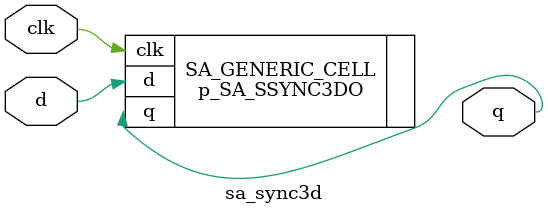
<source format=v>
module sa_sync3d ( d, clk, q);
input d, clk;
output q;
    p_SA_SSYNC3DO SA_GENERIC_CELL( .d(d), .clk(clk), .q(q) );
// synopsys dc_script_begin
// synopsys dc_script_end
//g2c if {[find / -null_ok -subdesign sa_sync3d] != {} } { set_attr preserve 1 [find / -subdesign sa_sync3d] }
endmodule

</source>
